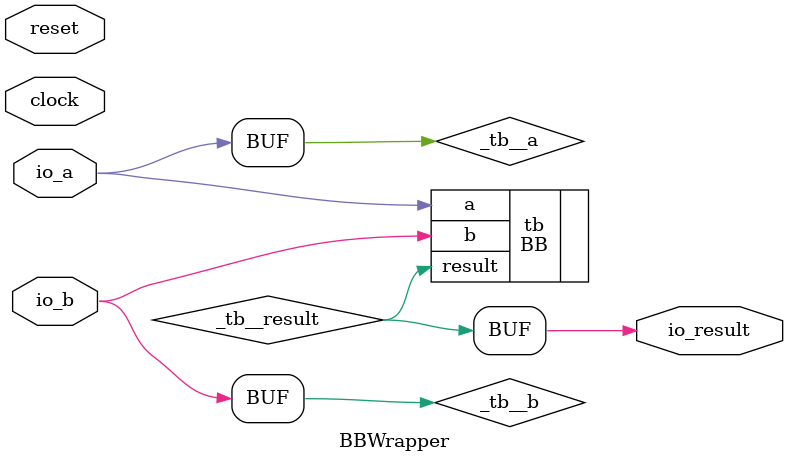
<source format=v>
module BBWrapper(
    input clock,
    input reset,
    input io_a,
    input io_b,
    output io_result
);
    wire _tb__result;
    wire _tb__b;
    wire _tb__a;
    BB tb (
        .result(_tb__result),
        .b(_tb__b),
        .a(_tb__a)
    );
    assign io_result = _tb__result;
    assign _tb__a = io_a;
    assign _tb__b = io_b;
endmodule //BBWrapper

</source>
